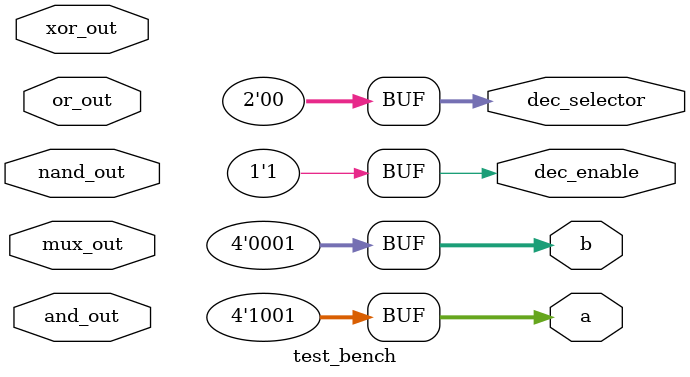
<source format=v>
module test_bench(
  output reg[3:0]a,
  output reg[3:0]b,
  output reg dec_enable,
  output reg[1:0]dec_selector,
  input wire[3:0]or_out,
  input wire[3:0]nand_out,
  input wire[3:0]xor_out,
  input wire[3:0]and_out,
  input [3:0]mux_out
  );
  
  decodificador tb1(
    .dec_enable(dec_enable),
    .dec_selector(dec_selector)
  );
  and_gate tb2(
    .and_a(a),
    .and_b(b),
    .and_out(and_out)
  );
   multiplexor tb3(
    .mux_out(mux_out)
  );
  or_gate tb4(
    .or_a(a),
    .or_b(b),
    .or_out(or_out)
  );
  xor_gate tb5(
    .xor_a(a),
    .xor_b(b),
    .xor_out(xor_out)
  );
  nand_gate tb6(
    .nand_a(a),
    .nand_b(b),
    .nand_out(nand_out)
  );
 
initial begin
  dec_enable=1'b1;
  dec_selector=2'b00;
  #10;
  a=4'b1001;
  b=4'b0001;
  #10;
  end
endmodule


</source>
